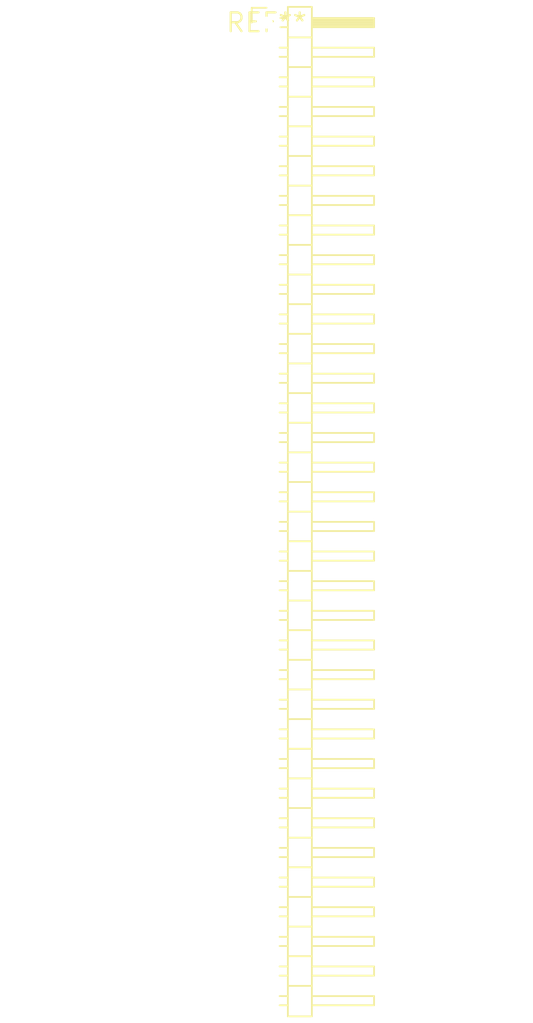
<source format=kicad_pcb>
(kicad_pcb (version 20240108) (generator pcbnew)
  (layers (0 "F.Cu" signal) (31 "B.Cu" signal) (34 "B.Paste" user) (35 "F.Paste" user) (36 "B.SilkS" user "B.Silkscreen") (37 "F.SilkS" user "F.Silkscreen") (38 "B.Mask" user) (39 "F.Mask" user) (44 "Edge.Cuts" user))
  (net 0 "")
  (footprint "PinHeader_1x34_P2.00mm_Horizontal" (layer "F.Cu") (at 0 0)
    (property "Reference" "REF**")
    (property "Value" "PinHeader_1x34_P2.00mm_Horizontal")
    (fp_line (start -1 -1) (end 0 -1) (layer "F.SilkS") (stroke (width 0.12)))
    (fp_line (start -1 0) (end -1 -1) (layer "F.SilkS") (stroke (width 0.12)))
    (fp_line (start 0.882114 1.69) (end 1.44 1.69) (layer "F.SilkS") (stroke (width 0.12)))
    (fp_line (start 0.882114 2.31) (end 1.44 2.31) (layer "F.SilkS") (stroke (width 0.12)))
    (fp_line (start 0.882114 3.69) (end 1.44 3.69) (layer "F.SilkS") (stroke (width 0.12)))
    (fp_line (start 0.882114 4.31) (end 1.44 4.31) (layer "F.SilkS") (stroke (width 0.12)))
    (fp_line (start 0.882114 5.69) (end 1.44 5.69) (layer "F.SilkS") (stroke (width 0.12)))
    (fp_line (start 0.882114 6.31) (end 1.44 6.31) (layer "F.SilkS") (stroke (width 0.12)))
    (fp_line (start 0.882114 7.69) (end 1.44 7.69) (layer "F.SilkS") (stroke (width 0.12)))
    (fp_line (start 0.882114 8.31) (end 1.44 8.31) (layer "F.SilkS") (stroke (width 0.12)))
    (fp_line (start 0.882114 9.69) (end 1.44 9.69) (layer "F.SilkS") (stroke (width 0.12)))
    (fp_line (start 0.882114 10.31) (end 1.44 10.31) (layer "F.SilkS") (stroke (width 0.12)))
    (fp_line (start 0.882114 11.69) (end 1.44 11.69) (layer "F.SilkS") (stroke (width 0.12)))
    (fp_line (start 0.882114 12.31) (end 1.44 12.31) (layer "F.SilkS") (stroke (width 0.12)))
    (fp_line (start 0.882114 13.69) (end 1.44 13.69) (layer "F.SilkS") (stroke (width 0.12)))
    (fp_line (start 0.882114 14.31) (end 1.44 14.31) (layer "F.SilkS") (stroke (width 0.12)))
    (fp_line (start 0.882114 15.69) (end 1.44 15.69) (layer "F.SilkS") (stroke (width 0.12)))
    (fp_line (start 0.882114 16.31) (end 1.44 16.31) (layer "F.SilkS") (stroke (width 0.12)))
    (fp_line (start 0.882114 17.69) (end 1.44 17.69) (layer "F.SilkS") (stroke (width 0.12)))
    (fp_line (start 0.882114 18.31) (end 1.44 18.31) (layer "F.SilkS") (stroke (width 0.12)))
    (fp_line (start 0.882114 19.69) (end 1.44 19.69) (layer "F.SilkS") (stroke (width 0.12)))
    (fp_line (start 0.882114 20.31) (end 1.44 20.31) (layer "F.SilkS") (stroke (width 0.12)))
    (fp_line (start 0.882114 21.69) (end 1.44 21.69) (layer "F.SilkS") (stroke (width 0.12)))
    (fp_line (start 0.882114 22.31) (end 1.44 22.31) (layer "F.SilkS") (stroke (width 0.12)))
    (fp_line (start 0.882114 23.69) (end 1.44 23.69) (layer "F.SilkS") (stroke (width 0.12)))
    (fp_line (start 0.882114 24.31) (end 1.44 24.31) (layer "F.SilkS") (stroke (width 0.12)))
    (fp_line (start 0.882114 25.69) (end 1.44 25.69) (layer "F.SilkS") (stroke (width 0.12)))
    (fp_line (start 0.882114 26.31) (end 1.44 26.31) (layer "F.SilkS") (stroke (width 0.12)))
    (fp_line (start 0.882114 27.69) (end 1.44 27.69) (layer "F.SilkS") (stroke (width 0.12)))
    (fp_line (start 0.882114 28.31) (end 1.44 28.31) (layer "F.SilkS") (stroke (width 0.12)))
    (fp_line (start 0.882114 29.69) (end 1.44 29.69) (layer "F.SilkS") (stroke (width 0.12)))
    (fp_line (start 0.882114 30.31) (end 1.44 30.31) (layer "F.SilkS") (stroke (width 0.12)))
    (fp_line (start 0.882114 31.69) (end 1.44 31.69) (layer "F.SilkS") (stroke (width 0.12)))
    (fp_line (start 0.882114 32.31) (end 1.44 32.31) (layer "F.SilkS") (stroke (width 0.12)))
    (fp_line (start 0.882114 33.69) (end 1.44 33.69) (layer "F.SilkS") (stroke (width 0.12)))
    (fp_line (start 0.882114 34.31) (end 1.44 34.31) (layer "F.SilkS") (stroke (width 0.12)))
    (fp_line (start 0.882114 35.69) (end 1.44 35.69) (layer "F.SilkS") (stroke (width 0.12)))
    (fp_line (start 0.882114 36.31) (end 1.44 36.31) (layer "F.SilkS") (stroke (width 0.12)))
    (fp_line (start 0.882114 37.69) (end 1.44 37.69) (layer "F.SilkS") (stroke (width 0.12)))
    (fp_line (start 0.882114 38.31) (end 1.44 38.31) (layer "F.SilkS") (stroke (width 0.12)))
    (fp_line (start 0.882114 39.69) (end 1.44 39.69) (layer "F.SilkS") (stroke (width 0.12)))
    (fp_line (start 0.882114 40.31) (end 1.44 40.31) (layer "F.SilkS") (stroke (width 0.12)))
    (fp_line (start 0.882114 41.69) (end 1.44 41.69) (layer "F.SilkS") (stroke (width 0.12)))
    (fp_line (start 0.882114 42.31) (end 1.44 42.31) (layer "F.SilkS") (stroke (width 0.12)))
    (fp_line (start 0.882114 43.69) (end 1.44 43.69) (layer "F.SilkS") (stroke (width 0.12)))
    (fp_line (start 0.882114 44.31) (end 1.44 44.31) (layer "F.SilkS") (stroke (width 0.12)))
    (fp_line (start 0.882114 45.69) (end 1.44 45.69) (layer "F.SilkS") (stroke (width 0.12)))
    (fp_line (start 0.882114 46.31) (end 1.44 46.31) (layer "F.SilkS") (stroke (width 0.12)))
    (fp_line (start 0.882114 47.69) (end 1.44 47.69) (layer "F.SilkS") (stroke (width 0.12)))
    (fp_line (start 0.882114 48.31) (end 1.44 48.31) (layer "F.SilkS") (stroke (width 0.12)))
    (fp_line (start 0.882114 49.69) (end 1.44 49.69) (layer "F.SilkS") (stroke (width 0.12)))
    (fp_line (start 0.882114 50.31) (end 1.44 50.31) (layer "F.SilkS") (stroke (width 0.12)))
    (fp_line (start 0.882114 51.69) (end 1.44 51.69) (layer "F.SilkS") (stroke (width 0.12)))
    (fp_line (start 0.882114 52.31) (end 1.44 52.31) (layer "F.SilkS") (stroke (width 0.12)))
    (fp_line (start 0.882114 53.69) (end 1.44 53.69) (layer "F.SilkS") (stroke (width 0.12)))
    (fp_line (start 0.882114 54.31) (end 1.44 54.31) (layer "F.SilkS") (stroke (width 0.12)))
    (fp_line (start 0.882114 55.69) (end 1.44 55.69) (layer "F.SilkS") (stroke (width 0.12)))
    (fp_line (start 0.882114 56.31) (end 1.44 56.31) (layer "F.SilkS") (stroke (width 0.12)))
    (fp_line (start 0.882114 57.69) (end 1.44 57.69) (layer "F.SilkS") (stroke (width 0.12)))
    (fp_line (start 0.882114 58.31) (end 1.44 58.31) (layer "F.SilkS") (stroke (width 0.12)))
    (fp_line (start 0.882114 59.69) (end 1.44 59.69) (layer "F.SilkS") (stroke (width 0.12)))
    (fp_line (start 0.882114 60.31) (end 1.44 60.31) (layer "F.SilkS") (stroke (width 0.12)))
    (fp_line (start 0.882114 61.69) (end 1.44 61.69) (layer "F.SilkS") (stroke (width 0.12)))
    (fp_line (start 0.882114 62.31) (end 1.44 62.31) (layer "F.SilkS") (stroke (width 0.12)))
    (fp_line (start 0.882114 63.69) (end 1.44 63.69) (layer "F.SilkS") (stroke (width 0.12)))
    (fp_line (start 0.882114 64.31) (end 1.44 64.31) (layer "F.SilkS") (stroke (width 0.12)))
    (fp_line (start 0.882114 65.69) (end 1.44 65.69) (layer "F.SilkS") (stroke (width 0.12)))
    (fp_line (start 0.882114 66.31) (end 1.44 66.31) (layer "F.SilkS") (stroke (width 0.12)))
    (fp_line (start 0.935 -0.31) (end 1.44 -0.31) (layer "F.SilkS") (stroke (width 0.12)))
    (fp_line (start 0.935 0.31) (end 1.44 0.31) (layer "F.SilkS") (stroke (width 0.12)))
    (fp_line (start 1.44 -1.06) (end 1.44 67.06) (layer "F.SilkS") (stroke (width 0.12)))
    (fp_line (start 1.44 1) (end 3.06 1) (layer "F.SilkS") (stroke (width 0.12)))
    (fp_line (start 1.44 3) (end 3.06 3) (layer "F.SilkS") (stroke (width 0.12)))
    (fp_line (start 1.44 5) (end 3.06 5) (layer "F.SilkS") (stroke (width 0.12)))
    (fp_line (start 1.44 7) (end 3.06 7) (layer "F.SilkS") (stroke (width 0.12)))
    (fp_line (start 1.44 9) (end 3.06 9) (layer "F.SilkS") (stroke (width 0.12)))
    (fp_line (start 1.44 11) (end 3.06 11) (layer "F.SilkS") (stroke (width 0.12)))
    (fp_line (start 1.44 13) (end 3.06 13) (layer "F.SilkS") (stroke (width 0.12)))
    (fp_line (start 1.44 15) (end 3.06 15) (layer "F.SilkS") (stroke (width 0.12)))
    (fp_line (start 1.44 17) (end 3.06 17) (layer "F.SilkS") (stroke (width 0.12)))
    (fp_line (start 1.44 19) (end 3.06 19) (layer "F.SilkS") (stroke (width 0.12)))
    (fp_line (start 1.44 21) (end 3.06 21) (layer "F.SilkS") (stroke (width 0.12)))
    (fp_line (start 1.44 23) (end 3.06 23) (layer "F.SilkS") (stroke (width 0.12)))
    (fp_line (start 1.44 25) (end 3.06 25) (layer "F.SilkS") (stroke (width 0.12)))
    (fp_line (start 1.44 27) (end 3.06 27) (layer "F.SilkS") (stroke (width 0.12)))
    (fp_line (start 1.44 29) (end 3.06 29) (layer "F.SilkS") (stroke (width 0.12)))
    (fp_line (start 1.44 31) (end 3.06 31) (layer "F.SilkS") (stroke (width 0.12)))
    (fp_line (start 1.44 33) (end 3.06 33) (layer "F.SilkS") (stroke (width 0.12)))
    (fp_line (start 1.44 35) (end 3.06 35) (layer "F.SilkS") (stroke (width 0.12)))
    (fp_line (start 1.44 37) (end 3.06 37) (layer "F.SilkS") (stroke (width 0.12)))
    (fp_line (start 1.44 39) (end 3.06 39) (layer "F.SilkS") (stroke (width 0.12)))
    (fp_line (start 1.44 41) (end 3.06 41) (layer "F.SilkS") (stroke (width 0.12)))
    (fp_line (start 1.44 43) (end 3.06 43) (layer "F.SilkS") (stroke (width 0.12)))
    (fp_line (start 1.44 45) (end 3.06 45) (layer "F.SilkS") (stroke (width 0.12)))
    (fp_line (start 1.44 47) (end 3.06 47) (layer "F.SilkS") (stroke (width 0.12)))
    (fp_line (start 1.44 49) (end 3.06 49) (layer "F.SilkS") (stroke (width 0.12)))
    (fp_line (start 1.44 51) (end 3.06 51) (layer "F.SilkS") (stroke (width 0.12)))
    (fp_line (start 1.44 53) (end 3.06 53) (layer "F.SilkS") (stroke (width 0.12)))
    (fp_line (start 1.44 55) (end 3.06 55) (layer "F.SilkS") (stroke (width 0.12)))
    (fp_line (start 1.44 57) (end 3.06 57) (layer "F.SilkS") (stroke (width 0.12)))
    (fp_line (start 1.44 59) (end 3.06 59) (layer "F.SilkS") (stroke (width 0.12)))
    (fp_line (start 1.44 61) (end 3.06 61) (layer "F.SilkS") (stroke (width 0.12)))
    (fp_line (start 1.44 63) (end 3.06 63) (layer "F.SilkS") (stroke (width 0.12)))
    (fp_line (start 1.44 65) (end 3.06 65) (layer "F.SilkS") (stroke (width 0.12)))
    (fp_line (start 1.44 67.06) (end 3.06 67.06) (layer "F.SilkS") (stroke (width 0.12)))
    (fp_line (start 3.06 -1.06) (end 1.44 -1.06) (layer "F.SilkS") (stroke (width 0.12)))
    (fp_line (start 3.06 -0.31) (end 7.26 -0.31) (layer "F.SilkS") (stroke (width 0.12)))
    (fp_line (start 3.06 -0.25) (end 7.26 -0.25) (layer "F.SilkS") (stroke (width 0.12)))
    (fp_line (start 3.06 -0.13) (end 7.26 -0.13) (layer "F.SilkS") (stroke (width 0.12)))
    (fp_line (start 3.06 -0.01) (end 7.26 -0.01) (layer "F.SilkS") (stroke (width 0.12)))
    (fp_line (start 3.06 0.11) (end 7.26 0.11) (layer "F.SilkS") (stroke (width 0.12)))
    (fp_line (start 3.06 0.23) (end 7.26 0.23) (layer "F.SilkS") (stroke (width 0.12)))
    (fp_line (start 3.06 1.69) (end 7.26 1.69) (layer "F.SilkS") (stroke (width 0.12)))
    (fp_line (start 3.06 3.69) (end 7.26 3.69) (layer "F.SilkS") (stroke (width 0.12)))
    (fp_line (start 3.06 5.69) (end 7.26 5.69) (layer "F.SilkS") (stroke (width 0.12)))
    (fp_line (start 3.06 7.69) (end 7.26 7.69) (layer "F.SilkS") (stroke (width 0.12)))
    (fp_line (start 3.06 9.69) (end 7.26 9.69) (layer "F.SilkS") (stroke (width 0.12)))
    (fp_line (start 3.06 11.69) (end 7.26 11.69) (layer "F.SilkS") (stroke (width 0.12)))
    (fp_line (start 3.06 13.69) (end 7.26 13.69) (layer "F.SilkS") (stroke (width 0.12)))
    (fp_line (start 3.06 15.69) (end 7.26 15.69) (layer "F.SilkS") (stroke (width 0.12)))
    (fp_line (start 3.06 17.69) (end 7.26 17.69) (layer "F.SilkS") (stroke (width 0.12)))
    (fp_line (start 3.06 19.69) (end 7.26 19.69) (layer "F.SilkS") (stroke (width 0.12)))
    (fp_line (start 3.06 21.69) (end 7.26 21.69) (layer "F.SilkS") (stroke (width 0.12)))
    (fp_line (start 3.06 23.69) (end 7.26 23.69) (layer "F.SilkS") (stroke (width 0.12)))
    (fp_line (start 3.06 25.69) (end 7.26 25.69) (layer "F.SilkS") (stroke (width 0.12)))
    (fp_line (start 3.06 27.69) (end 7.26 27.69) (layer "F.SilkS") (stroke (width 0.12)))
    (fp_line (start 3.06 29.69) (end 7.26 29.69) (layer "F.SilkS") (stroke (width 0.12)))
    (fp_line (start 3.06 31.69) (end 7.26 31.69) (layer "F.SilkS") (stroke (width 0.12)))
    (fp_line (start 3.06 33.69) (end 7.26 33.69) (layer "F.SilkS") (stroke (width 0.12)))
    (fp_line (start 3.06 35.69) (end 7.26 35.69) (layer "F.SilkS") (stroke (width 0.12)))
    (fp_line (start 3.06 37.69) (end 7.26 37.69) (layer "F.SilkS") (stroke (width 0.12)))
    (fp_line (start 3.06 39.69) (end 7.26 39.69) (layer "F.SilkS") (stroke (width 0.12)))
    (fp_line (start 3.06 41.69) (end 7.26 41.69) (layer "F.SilkS") (stroke (width 0.12)))
    (fp_line (start 3.06 43.69) (end 7.26 43.69) (layer "F.SilkS") (stroke (width 0.12)))
    (fp_line (start 3.06 45.69) (end 7.26 45.69) (layer "F.SilkS") (stroke (width 0.12)))
    (fp_line (start 3.06 47.69) (end 7.26 47.69) (layer "F.SilkS") (stroke (width 0.12)))
    (fp_line (start 3.06 49.69) (end 7.26 49.69) (layer "F.SilkS") (stroke (width 0.12)))
    (fp_line (start 3.06 51.69) (end 7.26 51.69) (layer "F.SilkS") (stroke (width 0.12)))
    (fp_line (start 3.06 53.69) (end 7.26 53.69) (layer "F.SilkS") (stroke (width 0.12)))
    (fp_line (start 3.06 55.69) (end 7.26 55.69) (layer "F.SilkS") (stroke (width 0.12)))
    (fp_line (start 3.06 57.69) (end 7.26 57.69) (layer "F.SilkS") (stroke (width 0.12)))
    (fp_line (start 3.06 59.69) (end 7.26 59.69) (layer "F.SilkS") (stroke (width 0.12)))
    (fp_line (start 3.06 61.69) (end 7.26 61.69) (layer "F.SilkS") (stroke (width 0.12)))
    (fp_line (start 3.06 63.69) (end 7.26 63.69) (layer "F.SilkS") (stroke (width 0.12)))
    (fp_line (start 3.06 65.69) (end 7.26 65.69) (layer "F.SilkS") (stroke (width 0.12)))
    (fp_line (start 3.06 67.06) (end 3.06 -1.06) (layer "F.SilkS") (stroke (width 0.12)))
    (fp_line (start 7.26 -0.31) (end 7.26 0.31) (layer "F.SilkS") (stroke (width 0.12)))
    (fp_line (start 7.26 0.31) (end 3.06 0.31) (layer "F.SilkS") (stroke (width 0.12)))
    (fp_line (start 7.26 1.69) (end 7.26 2.31) (layer "F.SilkS") (stroke (width 0.12)))
    (fp_line (start 7.26 2.31) (end 3.06 2.31) (layer "F.SilkS") (stroke (width 0.12)))
    (fp_line (start 7.26 3.69) (end 7.26 4.31) (layer "F.SilkS") (stroke (width 0.12)))
    (fp_line (start 7.26 4.31) (end 3.06 4.31) (layer "F.SilkS") (stroke (width 0.12)))
    (fp_line (start 7.26 5.69) (end 7.26 6.31) (layer "F.SilkS") (stroke (width 0.12)))
    (fp_line (start 7.26 6.31) (end 3.06 6.31) (layer "F.SilkS") (stroke (width 0.12)))
    (fp_line (start 7.26 7.69) (end 7.26 8.31) (layer "F.SilkS") (stroke (width 0.12)))
    (fp_line (start 7.26 8.31) (end 3.06 8.31) (layer "F.SilkS") (stroke (width 0.12)))
    (fp_line (start 7.26 9.69) (end 7.26 10.31) (layer "F.SilkS") (stroke (width 0.12)))
    (fp_line (start 7.26 10.31) (end 3.06 10.31) (layer "F.SilkS") (stroke (width 0.12)))
    (fp_line (start 7.26 11.69) (end 7.26 12.31) (layer "F.SilkS") (stroke (width 0.12)))
    (fp_line (start 7.26 12.31) (end 3.06 12.31) (layer "F.SilkS") (stroke (width 0.12)))
    (fp_line (start 7.26 13.69) (end 7.26 14.31) (layer "F.SilkS") (stroke (width 0.12)))
    (fp_line (start 7.26 14.31) (end 3.06 14.31) (layer "F.SilkS") (stroke (width 0.12)))
    (fp_line (start 7.26 15.69) (end 7.26 16.31) (layer "F.SilkS") (stroke (width 0.12)))
    (fp_line (start 7.26 16.31) (end 3.06 16.31) (layer "F.SilkS") (stroke (width 0.12)))
    (fp_line (start 7.26 17.69) (end 7.26 18.31) (layer "F.SilkS") (stroke (width 0.12)))
    (fp_line (start 7.26 18.31) (end 3.06 18.31) (layer "F.SilkS") (stroke (width 0.12)))
    (fp_line (start 7.26 19.69) (end 7.26 20.31) (layer "F.SilkS") (stroke (width 0.12)))
    (fp_line (start 7.26 20.31) (end 3.06 20.31) (layer "F.SilkS") (stroke (width 0.12)))
    (fp_line (start 7.26 21.69) (end 7.26 22.31) (layer "F.SilkS") (stroke (width 0.12)))
    (fp_line (start 7.26 22.31) (end 3.06 22.31) (layer "F.SilkS") (stroke (width 0.12)))
    (fp_line (start 7.26 23.69) (end 7.26 24.31) (layer "F.SilkS") (stroke (width 0.12)))
    (fp_line (start 7.26 24.31) (end 3.06 24.31) (layer "F.SilkS") (stroke (width 0.12)))
    (fp_line (start 7.26 25.69) (end 7.26 26.31) (layer "F.SilkS") (stroke (width 0.12)))
    (fp_line (start 7.26 26.31) (end 3.06 26.31) (layer "F.SilkS") (stroke (width 0.12)))
    (fp_line (start 7.26 27.69) (end 7.26 28.31) (layer "F.SilkS") (stroke (width 0.12)))
    (fp_line (start 7.26 28.31) (end 3.06 28.31) (layer "F.SilkS") (stroke (width 0.12)))
    (fp_line (start 7.26 29.69) (end 7.26 30.31) (layer "F.SilkS") (stroke (width 0.12)))
    (fp_line (start 7.26 30.31) (end 3.06 30.31) (layer "F.SilkS") (stroke (width 0.12)))
    (fp_line (start 7.26 31.69) (end 7.26 32.31) (layer "F.SilkS") (stroke (width 0.12)))
    (fp_line (start 7.26 32.31) (end 3.06 32.31) (layer "F.SilkS") (stroke (width 0.12)))
    (fp_line (start 7.26 33.69) (end 7.26 34.31) (layer "F.SilkS") (stroke (width 0.12)))
    (fp_line (start 7.26 34.31) (end 3.06 34.31) (layer "F.SilkS") (stroke (width 0.12)))
    (fp_line (start 7.26 35.69) (end 7.26 36.31) (layer "F.SilkS") (stroke (width 0.12)))
    (fp_line (start 7.26 36.31) (end 3.06 36.31) (layer "F.SilkS") (stroke (width 0.12)))
    (fp_line (start 7.26 37.69) (end 7.26 38.31) (layer "F.SilkS") (stroke (width 0.12)))
    (fp_line (start 7.26 38.31) (end 3.06 38.31) (layer "F.SilkS") (stroke (width 0.12)))
    (fp_line (start 7.26 39.69) (end 7.26 40.31) (layer "F.SilkS") (stroke (width 0.12)))
    (fp_line (start 7.26 40.31) (end 3.06 40.31) (layer "F.SilkS") (stroke (width 0.12)))
    (fp_line (start 7.26 41.69) (end 7.26 42.31) (layer "F.SilkS") (stroke (width 0.12)))
    (fp_line (start 7.26 42.31) (end 3.06 42.31) (layer "F.SilkS") (stroke (width 0.12)))
    (fp_line (start 7.26 43.69) (end 7.26 44.31) (layer "F.SilkS") (stroke (width 0.12)))
    (fp_line (start 7.26 44.31) (end 3.06 44.31) (layer "F.SilkS") (stroke (width 0.12)))
    (fp_line (start 7.26 45.69) (end 7.26 46.31) (layer "F.SilkS") (stroke (width 0.12)))
    (fp_line (start 7.26 46.31) (end 3.06 46.31) (layer "F.SilkS") (stroke (width 0.12)))
    (fp_line (start 7.26 47.69) (end 7.26 48.31) (layer "F.SilkS") (stroke (width 0.12)))
    (fp_line (start 7.26 48.31) (end 3.06 48.31) (layer "F.SilkS") (stroke (width 0.12)))
    (fp_line (start 7.26 49.69) (end 7.26 50.31) (layer "F.SilkS") (stroke (width 0.12)))
    (fp_line (start 7.26 50.31) (end 3.06 50.31) (layer "F.SilkS") (stroke (width 0.12)))
    (fp_line (start 7.26 51.69) (end 7.26 52.31) (layer "F.SilkS") (stroke (width 0.12)))
    (fp_line (start 7.26 52.31) (end 3.06 52.31) (layer "F.SilkS") (stroke (width 0.12)))
    (fp_line (start 7.26 53.69) (end 7.26 54.31) (layer "F.SilkS") (stroke (width 0.12)))
    (fp_line (start 7.26 54.31) (end 3.06 54.31) (layer "F.SilkS") (stroke (width 0.12)))
    (fp_line (start 7.26 55.69) (end 7.26 56.31) (layer "F.SilkS") (stroke (width 0.12)))
    (fp_line (start 7.26 56.31) (end 3.06 56.31) (layer "F.SilkS") (stroke (width 0.12)))
    (fp_line (start 7.26 57.69) (end 7.26 58.31) (layer "F.SilkS") (stroke (width 0.12)))
    (fp_line (start 7.26 58.31) (end 3.06 58.31) (layer "F.SilkS") (stroke (width 0.12)))
    (fp_line (start 7.26 59.69) (end 7.26 60.31) (layer "F.SilkS") (stroke (width 0.12)))
    (fp_line (start 7.26 60.31) (end 3.06 60.31) (layer "F.SilkS") (stroke (width 0.12)))
    (fp_line (start 7.26 61.69) (end 7.26 62.31) (layer "F.SilkS") (stroke (width 0.12)))
    (fp_line (start 7.26 62.31) (end 3.06 62.31) (layer "F.SilkS") (stroke (width 0.12)))
    (fp_line (start 7.26 63.69) (end 7.26 64.31) (layer "F.SilkS") (stroke (width 0.12)))
    (fp_line (start 7.26 64.31) (end 3.06 64.31) (layer "F.SilkS") (stroke (width 0.12)))
    (fp_line (start 7.26 65.69) (end 7.26 66.31) (layer "F.SilkS") (stroke (width 0.12)))
    (fp_line (start 7.26 66.31) (end 3.06 66.31) (layer "F.SilkS") (stroke (width 0.12)))
    (pad "1" thru_hole rect (at 0 0) (size 1.35 1.35) (drill 0.8) (layers *.Cu *.Mask) (remove_unused_layers))
    (pad "2" thru_hole oval (at 0 2) (size 1.35 1.35) (drill 0.8) (layers *.Cu *.Mask) (remove_unused_layers))
    (pad "3" thru_hole oval (at 0 4) (size 1.35 1.35) (drill 0.8) (layers *.Cu *.Mask) (remove_unused_layers))
    (pad "4" thru_hole oval (at 0 6) (size 1.35 1.35) (drill 0.8) (layers *.Cu *.Mask) (remove_unused_layers))
    (pad "5" thru_hole oval (at 0 8) (size 1.35 1.35) (drill 0.8) (layers *.Cu *.Mask) (remove_unused_layers))
    (pad "6" thru_hole oval (at 0 10) (size 1.35 1.35) (drill 0.8) (layers *.Cu *.Mask) (remove_unused_layers))
    (pad "7" thru_hole oval (at 0 12) (size 1.35 1.35) (drill 0.8) (layers *.Cu *.Mask) (remove_unused_layers))
    (pad "8" thru_hole oval (at 0 14) (size 1.35 1.35) (drill 0.8) (layers *.Cu *.Mask) (remove_unused_layers))
    (pad "9" thru_hole oval (at 0 16) (size 1.35 1.35) (drill 0.8) (layers *.Cu *.Mask) (remove_unused_layers))
    (pad "10" thru_hole oval (at 0 18) (size 1.35 1.35) (drill 0.8) (layers *.Cu *.Mask) (remove_unused_layers))
    (pad "11" thru_hole oval (at 0 20) (size 1.35 1.35) (drill 0.8) (layers *.Cu *.Mask) (remove_unused_layers))
    (pad "12" thru_hole oval (at 0 22) (size 1.35 1.35) (drill 0.8) (layers *.Cu *.Mask) (remove_unused_layers))
    (pad "13" thru_hole oval (at 0 24) (size 1.35 1.35) (drill 0.8) (layers *.Cu *.Mask) (remove_unused_layers))
    (pad "14" thru_hole oval (at 0 26) (size 1.35 1.35) (drill 0.8) (layers *.Cu *.Mask) (remove_unused_layers))
    (pad "15" thru_hole oval (at 0 28) (size 1.35 1.35) (drill 0.8) (layers *.Cu *.Mask) (remove_unused_layers))
    (pad "16" thru_hole oval (at 0 30) (size 1.35 1.35) (drill 0.8) (layers *.Cu *.Mask) (remove_unused_layers))
    (pad "17" thru_hole oval (at 0 32) (size 1.35 1.35) (drill 0.8) (layers *.Cu *.Mask) (remove_unused_layers))
    (pad "18" thru_hole oval (at 0 34) (size 1.35 1.35) (drill 0.8) (layers *.Cu *.Mask) (remove_unused_layers))
    (pad "19" thru_hole oval (at 0 36) (size 1.35 1.35) (drill 0.8) (layers *.Cu *.Mask) (remove_unused_layers))
    (pad "20" thru_hole oval (at 0 38) (size 1.35 1.35) (drill 0.8) (layers *.Cu *.Mask) (remove_unused_layers))
    (pad "21" thru_hole oval (at 0 40) (size 1.35 1.35) (drill 0.8) (layers *.Cu *.Mask) (remove_unused_layers))
    (pad "22" thru_hole oval (at 0 42) (size 1.35 1.35) (drill 0.8) (layers *.Cu *.Mask) (remove_unused_layers))
    (pad "23" thru_hole oval (at 0 44) (size 1.35 1.35) (drill 0.8) (layers *.Cu *.Mask) (remove_unused_layers))
    (pad "24" thru_hole oval (at 0 46) (size 1.35 1.35) (drill 0.8) (layers *.Cu *.Mask) (remove_unused_layers))
    (pad "25" thru_hole oval (at 0 48) (size 1.35 1.35) (drill 0.8) (layers *.Cu *.Mask) (remove_unused_layers))
    (pad "26" thru_hole oval (at 0 50) (size 1.35 1.35) (drill 0.8) (layers *.Cu *.Mask) (remove_unused_layers))
    (pad "27" thru_hole oval (at 0 52) (size 1.35 1.35) (drill 0.8) (layers *.Cu *.Mask) (remove_unused_layers))
    (pad "28" thru_hole oval (at 0 54) (size 1.35 1.35) (drill 0.8) (layers *.Cu *.Mask) (remove_unused_layers))
    (pad "29" thru_hole oval (at 0 56) (size 1.35 1.35) (drill 0.8) (layers *.Cu *.Mask) (remove_unused_layers))
    (pad "30" thru_hole oval (at 0 58) (size 1.35 1.35) (drill 0.8) (layers *.Cu *.Mask) (remove_unused_layers))
    (pad "31" thru_hole oval (at 0 60) (size 1.35 1.35) (drill 0.8) (layers *.Cu *.Mask) (remove_unused_layers))
    (pad "32" thru_hole oval (at 0 62) (size 1.35 1.35) (drill 0.8) (layers *.Cu *.Mask) (remove_unused_layers))
    (pad "33" thru_hole oval (at 0 64) (size 1.35 1.35) (drill 0.8) (layers *.Cu *.Mask) (remove_unused_layers))
    (pad "34" thru_hole oval (at 0 66) (size 1.35 1.35) (drill 0.8) (layers *.Cu *.Mask) (remove_unused_layers))
  )
)
</source>
